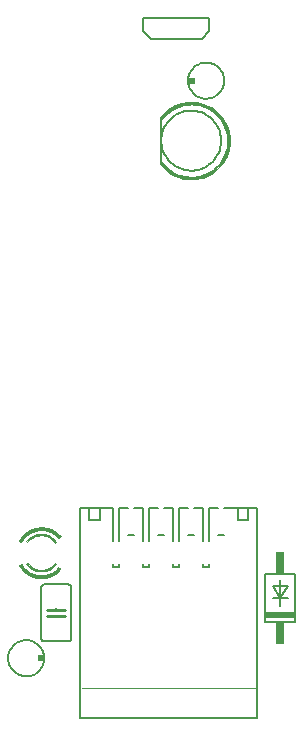
<source format=gto>
G75*
G70*
%OFA0B0*%
%FSLAX24Y24*%
%IPPOS*%
%LPD*%
%AMOC8*
5,1,8,0,0,1.08239X$1,22.5*
%
%ADD10C,0.0060*%
%ADD11C,0.0080*%
%ADD12C,0.0010*%
%ADD13R,0.1000X0.0200*%
%ADD14R,0.0300X0.0750*%
%ADD15C,0.0020*%
%ADD16R,0.0230X0.0240*%
%ADD17C,0.0100*%
%ADD18C,0.0050*%
D10*
X001831Y009352D02*
X001833Y009407D01*
X001841Y009461D01*
X001853Y009514D01*
X001870Y009566D01*
X001892Y009616D01*
X001918Y009664D01*
X001949Y009709D01*
X001983Y009751D01*
X002021Y009791D01*
X002063Y009826D01*
X002108Y009857D01*
X002155Y009885D01*
X002205Y009908D01*
X002256Y009926D01*
X002309Y009939D01*
X002363Y009948D01*
X002417Y009952D01*
X002472Y009951D01*
X002526Y009944D01*
X002580Y009933D01*
X002632Y009917D01*
X002683Y009897D01*
X002731Y009872D01*
X002777Y009842D01*
X002820Y009809D01*
X002860Y009771D01*
X002896Y009731D01*
X002929Y009687D01*
X002957Y009640D01*
X002981Y009591D01*
X003001Y009540D01*
X003016Y009487D01*
X003025Y009434D01*
X003030Y009379D01*
X003030Y009325D01*
X003025Y009270D01*
X003016Y009217D01*
X003001Y009164D01*
X002981Y009113D01*
X002957Y009064D01*
X002929Y009017D01*
X002896Y008973D01*
X002860Y008933D01*
X002820Y008895D01*
X002777Y008862D01*
X002731Y008832D01*
X002683Y008807D01*
X002632Y008787D01*
X002580Y008771D01*
X002526Y008760D01*
X002472Y008753D01*
X002417Y008752D01*
X002363Y008756D01*
X002309Y008765D01*
X002256Y008778D01*
X002205Y008796D01*
X002155Y008819D01*
X002108Y008847D01*
X002063Y008878D01*
X002021Y008913D01*
X001983Y008953D01*
X001949Y008995D01*
X001918Y009040D01*
X001892Y009088D01*
X001870Y009138D01*
X001853Y009190D01*
X001841Y009243D01*
X001833Y009297D01*
X001831Y009352D01*
X002931Y010017D02*
X002931Y011717D01*
X002933Y011737D01*
X002939Y011755D01*
X002948Y011773D01*
X002960Y011788D01*
X002975Y011800D01*
X002993Y011809D01*
X003011Y011815D01*
X003031Y011817D01*
X003831Y011817D01*
X003851Y011815D01*
X003869Y011809D01*
X003887Y011800D01*
X003902Y011788D01*
X003914Y011773D01*
X003923Y011755D01*
X003929Y011737D01*
X003931Y011717D01*
X003931Y010017D01*
X003929Y009997D01*
X003923Y009979D01*
X003914Y009961D01*
X003902Y009946D01*
X003887Y009934D01*
X003869Y009925D01*
X003851Y009919D01*
X003831Y009917D01*
X003031Y009917D01*
X003011Y009919D01*
X002993Y009925D01*
X002975Y009934D01*
X002960Y009946D01*
X002948Y009961D01*
X002939Y009979D01*
X002933Y009997D01*
X002931Y010017D01*
X003431Y010717D02*
X003431Y010767D01*
X003431Y010967D02*
X003431Y011017D01*
X006931Y026605D02*
X006935Y026696D01*
X006948Y026786D01*
X006968Y026875D01*
X006997Y026961D01*
X007033Y027045D01*
X007077Y027125D01*
X007127Y027200D01*
X007185Y027271D01*
X007248Y027336D01*
X007318Y027395D01*
X007392Y027447D01*
X007471Y027493D01*
X007554Y027531D01*
X007639Y027562D01*
X007728Y027584D01*
X007817Y027599D01*
X007908Y027605D01*
X007999Y027603D01*
X008090Y027592D01*
X008179Y027574D01*
X008266Y027547D01*
X008350Y027513D01*
X008431Y027471D01*
X008508Y027422D01*
X008580Y027366D01*
X008646Y027304D01*
X008707Y027236D01*
X008761Y027163D01*
X008808Y027085D01*
X008848Y027003D01*
X008881Y026918D01*
X008905Y026831D01*
X008922Y026741D01*
X008930Y026651D01*
X008930Y026559D01*
X008922Y026469D01*
X008905Y026379D01*
X008881Y026292D01*
X008848Y026207D01*
X008808Y026125D01*
X008761Y026047D01*
X008707Y025974D01*
X008646Y025906D01*
X008580Y025844D01*
X008508Y025788D01*
X008431Y025739D01*
X008350Y025697D01*
X008266Y025663D01*
X008179Y025636D01*
X008090Y025618D01*
X007999Y025607D01*
X007908Y025605D01*
X007817Y025611D01*
X007728Y025626D01*
X007639Y025648D01*
X007554Y025679D01*
X007471Y025717D01*
X007392Y025763D01*
X007318Y025815D01*
X007248Y025874D01*
X007185Y025939D01*
X007127Y026010D01*
X007077Y026085D01*
X007033Y026165D01*
X006997Y026249D01*
X006968Y026335D01*
X006948Y026424D01*
X006935Y026514D01*
X006931Y026605D01*
X007831Y028605D02*
X007833Y028660D01*
X007841Y028714D01*
X007853Y028767D01*
X007870Y028819D01*
X007892Y028869D01*
X007918Y028917D01*
X007949Y028962D01*
X007983Y029004D01*
X008021Y029044D01*
X008063Y029079D01*
X008108Y029110D01*
X008155Y029138D01*
X008205Y029161D01*
X008256Y029179D01*
X008309Y029192D01*
X008363Y029201D01*
X008417Y029205D01*
X008472Y029204D01*
X008526Y029197D01*
X008580Y029186D01*
X008632Y029170D01*
X008683Y029150D01*
X008731Y029125D01*
X008777Y029095D01*
X008820Y029062D01*
X008860Y029024D01*
X008896Y028984D01*
X008929Y028940D01*
X008957Y028893D01*
X008981Y028844D01*
X009001Y028793D01*
X009016Y028740D01*
X009025Y028687D01*
X009030Y028632D01*
X009030Y028578D01*
X009025Y028523D01*
X009016Y028470D01*
X009001Y028417D01*
X008981Y028366D01*
X008957Y028317D01*
X008929Y028270D01*
X008896Y028226D01*
X008860Y028186D01*
X008820Y028148D01*
X008777Y028115D01*
X008731Y028085D01*
X008683Y028060D01*
X008632Y028040D01*
X008580Y028024D01*
X008526Y028013D01*
X008472Y028006D01*
X008417Y028005D01*
X008363Y028009D01*
X008309Y028018D01*
X008256Y028031D01*
X008205Y028049D01*
X008155Y028072D01*
X008108Y028100D01*
X008063Y028131D01*
X008021Y028166D01*
X007983Y028206D01*
X007949Y028248D01*
X007918Y028293D01*
X007892Y028341D01*
X007870Y028391D01*
X007853Y028443D01*
X007841Y028496D01*
X007833Y028550D01*
X007831Y028605D01*
X010398Y012155D02*
X010398Y010555D01*
X011398Y010555D01*
X011398Y012155D01*
X010398Y012155D01*
X010648Y011755D02*
X010898Y011355D01*
X011148Y011355D01*
X010898Y011355D02*
X010898Y011105D01*
X010898Y011355D02*
X010648Y011355D01*
X010648Y011755D02*
X011148Y011755D01*
X010898Y011355D01*
X010898Y011955D01*
D11*
X010140Y014359D02*
X010140Y007352D01*
X004222Y007352D01*
X004222Y014359D01*
X005331Y014359D01*
X005331Y014355D02*
X005331Y013255D01*
X005531Y013255D02*
X005531Y014359D01*
X005531Y014355D02*
X005831Y014355D01*
X006031Y014355D02*
X006331Y014355D01*
X006331Y013255D01*
X006531Y013255D02*
X006531Y014359D01*
X006531Y014355D02*
X006831Y014355D01*
X007031Y014355D02*
X007331Y014355D01*
X007331Y013255D01*
X007531Y013255D02*
X007531Y014355D01*
X007831Y014355D01*
X008031Y014355D02*
X008331Y014355D01*
X008331Y013255D01*
X008531Y013255D02*
X008531Y014359D01*
X008531Y014355D02*
X008831Y014355D01*
X009031Y014359D02*
X010140Y014359D01*
X009831Y014355D02*
X009831Y013955D01*
X009481Y013955D01*
X009481Y014355D01*
X009031Y013455D02*
X008831Y013455D01*
X008531Y012505D02*
X008531Y012405D01*
X008331Y012405D01*
X008331Y012505D01*
X008031Y013455D02*
X007831Y013455D01*
X007531Y014355D02*
X007531Y014359D01*
X007031Y013455D02*
X006831Y013455D01*
X006531Y012505D02*
X006531Y012405D01*
X006331Y012405D01*
X006331Y012505D01*
X006031Y013455D02*
X005831Y013455D01*
X005531Y012505D02*
X005531Y012405D01*
X005331Y012405D01*
X005331Y012505D01*
X004881Y013955D02*
X004881Y014355D01*
X004881Y013955D02*
X004531Y013955D01*
X004531Y014355D01*
X007331Y012505D02*
X007331Y012405D01*
X007531Y012405D01*
X007531Y012505D01*
X006931Y025855D02*
X006931Y027355D01*
D12*
X006899Y025825D02*
X006971Y025879D01*
X006970Y025878D02*
X007025Y025810D01*
X007085Y025747D01*
X007149Y025688D01*
X007217Y025634D01*
X007289Y025585D01*
X007365Y025541D01*
X007443Y025503D01*
X007524Y025471D01*
X007607Y025444D01*
X007691Y025424D01*
X007777Y025410D01*
X007864Y025402D01*
X007951Y025400D01*
X008038Y025405D01*
X008124Y025416D01*
X008210Y025433D01*
X008294Y025456D01*
X008376Y025485D01*
X008455Y025520D01*
X008532Y025561D01*
X008606Y025607D01*
X008677Y025658D01*
X008743Y025715D01*
X008805Y025776D01*
X008863Y025841D01*
X008916Y025910D01*
X008963Y025983D01*
X009005Y026059D01*
X009042Y026138D01*
X009073Y026220D01*
X009098Y026303D01*
X009116Y026388D01*
X009129Y026475D01*
X009135Y026561D01*
X009135Y026649D01*
X009129Y026735D01*
X009116Y026822D01*
X009098Y026907D01*
X009073Y026990D01*
X009042Y027072D01*
X009005Y027151D01*
X008963Y027227D01*
X008916Y027300D01*
X008863Y027369D01*
X008805Y027434D01*
X008743Y027495D01*
X008677Y027552D01*
X008606Y027603D01*
X008532Y027649D01*
X008455Y027690D01*
X008376Y027725D01*
X008294Y027754D01*
X008210Y027777D01*
X008124Y027794D01*
X008038Y027805D01*
X007951Y027810D01*
X007864Y027808D01*
X007777Y027800D01*
X007691Y027786D01*
X007607Y027766D01*
X007524Y027739D01*
X007443Y027707D01*
X007365Y027669D01*
X007289Y027625D01*
X007217Y027576D01*
X007149Y027522D01*
X007085Y027463D01*
X007025Y027400D01*
X006970Y027332D01*
X006899Y027385D01*
X006898Y027386D01*
X006957Y027459D01*
X007021Y027527D01*
X007090Y027590D01*
X007164Y027648D01*
X007241Y027701D01*
X007322Y027748D01*
X007406Y027789D01*
X007493Y027824D01*
X007582Y027852D01*
X007673Y027874D01*
X007765Y027889D01*
X007859Y027898D01*
X007952Y027900D01*
X008046Y027895D01*
X008139Y027883D01*
X008230Y027865D01*
X008321Y027840D01*
X008409Y027809D01*
X008495Y027771D01*
X008577Y027727D01*
X008657Y027678D01*
X008732Y027622D01*
X008804Y027562D01*
X008870Y027496D01*
X008932Y027426D01*
X008989Y027352D01*
X009040Y027273D01*
X009086Y027191D01*
X009125Y027106D01*
X009158Y027019D01*
X009185Y026929D01*
X009205Y026838D01*
X009218Y026745D01*
X009225Y026652D01*
X009225Y026558D01*
X009218Y026465D01*
X009205Y026372D01*
X009185Y026281D01*
X009158Y026191D01*
X009125Y026104D01*
X009086Y026019D01*
X009040Y025937D01*
X008989Y025858D01*
X008932Y025784D01*
X008870Y025714D01*
X008804Y025648D01*
X008732Y025588D01*
X008657Y025532D01*
X008577Y025483D01*
X008495Y025439D01*
X008409Y025401D01*
X008321Y025370D01*
X008230Y025345D01*
X008139Y025327D01*
X008046Y025315D01*
X007952Y025310D01*
X007859Y025312D01*
X007765Y025321D01*
X007673Y025336D01*
X007582Y025358D01*
X007493Y025386D01*
X007406Y025421D01*
X007322Y025462D01*
X007241Y025509D01*
X007164Y025562D01*
X007090Y025620D01*
X007021Y025683D01*
X006957Y025751D01*
X006898Y025824D01*
X006905Y025829D01*
X006964Y025757D01*
X007028Y025690D01*
X007096Y025627D01*
X007169Y025569D01*
X007246Y025517D01*
X007326Y025470D01*
X007410Y025429D01*
X007496Y025395D01*
X007585Y025367D01*
X007675Y025345D01*
X007767Y025330D01*
X007859Y025321D01*
X007952Y025319D01*
X008045Y025324D01*
X008137Y025336D01*
X008228Y025354D01*
X008318Y025379D01*
X008406Y025410D01*
X008491Y025447D01*
X008573Y025491D01*
X008652Y025540D01*
X008727Y025595D01*
X008798Y025655D01*
X008864Y025720D01*
X008925Y025790D01*
X008982Y025864D01*
X009033Y025941D01*
X009078Y026023D01*
X009117Y026107D01*
X009150Y026194D01*
X009176Y026283D01*
X009196Y026374D01*
X009209Y026466D01*
X009216Y026559D01*
X009216Y026651D01*
X009209Y026744D01*
X009196Y026836D01*
X009176Y026927D01*
X009150Y027016D01*
X009117Y027103D01*
X009078Y027187D01*
X009033Y027269D01*
X008982Y027346D01*
X008925Y027420D01*
X008864Y027490D01*
X008798Y027555D01*
X008727Y027615D01*
X008652Y027670D01*
X008573Y027719D01*
X008491Y027763D01*
X008406Y027800D01*
X008318Y027831D01*
X008228Y027856D01*
X008137Y027874D01*
X008045Y027886D01*
X007952Y027891D01*
X007859Y027889D01*
X007767Y027880D01*
X007675Y027865D01*
X007585Y027843D01*
X007496Y027815D01*
X007410Y027781D01*
X007326Y027740D01*
X007246Y027693D01*
X007169Y027641D01*
X007096Y027583D01*
X007028Y027520D01*
X006964Y027453D01*
X006905Y027381D01*
X006912Y027375D01*
X006971Y027447D01*
X007034Y027514D01*
X007102Y027576D01*
X007174Y027634D01*
X007251Y027686D01*
X007330Y027732D01*
X007413Y027772D01*
X007499Y027807D01*
X007587Y027835D01*
X007677Y027856D01*
X007768Y027872D01*
X007860Y027880D01*
X007952Y027882D01*
X008044Y027877D01*
X008136Y027865D01*
X008226Y027847D01*
X008315Y027823D01*
X008402Y027792D01*
X008487Y027755D01*
X008568Y027712D01*
X008647Y027663D01*
X008721Y027608D01*
X008792Y027549D01*
X008857Y027484D01*
X008918Y027415D01*
X008974Y027341D01*
X009025Y027264D01*
X009070Y027183D01*
X009108Y027099D01*
X009141Y027013D01*
X009167Y026925D01*
X009187Y026835D01*
X009200Y026743D01*
X009207Y026651D01*
X009207Y026559D01*
X009200Y026467D01*
X009187Y026375D01*
X009167Y026285D01*
X009141Y026197D01*
X009108Y026111D01*
X009070Y026027D01*
X009025Y025946D01*
X008974Y025869D01*
X008918Y025795D01*
X008857Y025726D01*
X008792Y025661D01*
X008721Y025602D01*
X008647Y025547D01*
X008568Y025498D01*
X008487Y025455D01*
X008402Y025418D01*
X008315Y025387D01*
X008226Y025363D01*
X008136Y025345D01*
X008044Y025333D01*
X007952Y025328D01*
X007860Y025330D01*
X007768Y025338D01*
X007677Y025354D01*
X007587Y025375D01*
X007499Y025403D01*
X007413Y025438D01*
X007330Y025478D01*
X007251Y025524D01*
X007174Y025576D01*
X007102Y025634D01*
X007034Y025696D01*
X006971Y025763D01*
X006912Y025835D01*
X006920Y025840D01*
X006977Y025769D01*
X007040Y025702D01*
X007108Y025640D01*
X007180Y025584D01*
X007255Y025532D01*
X007335Y025486D01*
X007417Y025446D01*
X007502Y025412D01*
X007589Y025384D01*
X007679Y025362D01*
X007769Y025347D01*
X007860Y025339D01*
X007952Y025337D01*
X008043Y025342D01*
X008134Y025353D01*
X008224Y025371D01*
X008313Y025396D01*
X008399Y025426D01*
X008483Y025463D01*
X008564Y025506D01*
X008642Y025555D01*
X008716Y025609D01*
X008785Y025668D01*
X008851Y025732D01*
X008912Y025801D01*
X008967Y025874D01*
X009017Y025951D01*
X009062Y026031D01*
X009100Y026114D01*
X009132Y026200D01*
X009159Y026288D01*
X009178Y026377D01*
X009192Y026468D01*
X009198Y026559D01*
X009198Y026651D01*
X009192Y026742D01*
X009178Y026833D01*
X009159Y026922D01*
X009132Y027010D01*
X009100Y027096D01*
X009062Y027179D01*
X009017Y027259D01*
X008967Y027336D01*
X008912Y027409D01*
X008851Y027478D01*
X008785Y027542D01*
X008716Y027601D01*
X008642Y027655D01*
X008564Y027704D01*
X008483Y027747D01*
X008399Y027784D01*
X008313Y027814D01*
X008224Y027839D01*
X008134Y027857D01*
X008043Y027868D01*
X007952Y027873D01*
X007860Y027871D01*
X007769Y027863D01*
X007679Y027848D01*
X007589Y027826D01*
X007502Y027798D01*
X007417Y027764D01*
X007335Y027724D01*
X007255Y027678D01*
X007180Y027626D01*
X007108Y027570D01*
X007040Y027508D01*
X006977Y027441D01*
X006920Y027370D01*
X006927Y027364D01*
X006984Y027435D01*
X007047Y027501D01*
X007114Y027563D01*
X007185Y027619D01*
X007260Y027670D01*
X007339Y027716D01*
X007421Y027756D01*
X007505Y027790D01*
X007592Y027817D01*
X007680Y027839D01*
X007770Y027854D01*
X007861Y027862D01*
X007952Y027864D01*
X008043Y027859D01*
X008133Y027848D01*
X008222Y027830D01*
X008310Y027806D01*
X008396Y027775D01*
X008479Y027739D01*
X008559Y027696D01*
X008637Y027648D01*
X008710Y027594D01*
X008779Y027535D01*
X008844Y027472D01*
X008905Y027403D01*
X008960Y027331D01*
X009009Y027255D01*
X009054Y027175D01*
X009092Y027093D01*
X009124Y027007D01*
X009150Y026920D01*
X009169Y026831D01*
X009183Y026741D01*
X009189Y026650D01*
X009189Y026560D01*
X009183Y026469D01*
X009169Y026379D01*
X009150Y026290D01*
X009124Y026203D01*
X009092Y026117D01*
X009054Y026035D01*
X009009Y025955D01*
X008960Y025879D01*
X008905Y025807D01*
X008844Y025738D01*
X008779Y025675D01*
X008710Y025616D01*
X008637Y025562D01*
X008559Y025514D01*
X008479Y025471D01*
X008396Y025435D01*
X008310Y025404D01*
X008222Y025380D01*
X008133Y025362D01*
X008043Y025351D01*
X007952Y025346D01*
X007861Y025348D01*
X007770Y025356D01*
X007680Y025371D01*
X007592Y025393D01*
X007505Y025420D01*
X007421Y025454D01*
X007339Y025494D01*
X007260Y025540D01*
X007185Y025591D01*
X007114Y025647D01*
X007047Y025709D01*
X006984Y025775D01*
X006927Y025846D01*
X006934Y025851D01*
X006991Y025781D01*
X007053Y025715D01*
X007120Y025654D01*
X007190Y025598D01*
X007265Y025547D01*
X007343Y025502D01*
X007424Y025462D01*
X007508Y025429D01*
X007594Y025401D01*
X007682Y025380D01*
X007771Y025365D01*
X007861Y025357D01*
X007952Y025355D01*
X008042Y025360D01*
X008131Y025371D01*
X008220Y025389D01*
X008307Y025413D01*
X008392Y025443D01*
X008475Y025480D01*
X008555Y025522D01*
X008631Y025570D01*
X008704Y025623D01*
X008773Y025681D01*
X008838Y025745D01*
X008898Y025812D01*
X008952Y025884D01*
X009002Y025960D01*
X009046Y026039D01*
X009083Y026121D01*
X009115Y026205D01*
X009141Y026292D01*
X009161Y026380D01*
X009174Y026470D01*
X009180Y026560D01*
X009180Y026650D01*
X009174Y026740D01*
X009161Y026830D01*
X009141Y026918D01*
X009115Y027005D01*
X009083Y027089D01*
X009046Y027171D01*
X009002Y027250D01*
X008952Y027326D01*
X008898Y027398D01*
X008838Y027465D01*
X008773Y027529D01*
X008704Y027587D01*
X008631Y027640D01*
X008555Y027688D01*
X008475Y027730D01*
X008392Y027767D01*
X008307Y027797D01*
X008220Y027821D01*
X008131Y027839D01*
X008042Y027850D01*
X007952Y027855D01*
X007861Y027853D01*
X007771Y027845D01*
X007682Y027830D01*
X007594Y027809D01*
X007508Y027781D01*
X007424Y027748D01*
X007343Y027708D01*
X007265Y027663D01*
X007190Y027612D01*
X007120Y027556D01*
X007053Y027495D01*
X006991Y027429D01*
X006934Y027359D01*
X006941Y027354D01*
X006998Y027423D01*
X007059Y027488D01*
X007125Y027549D01*
X007196Y027605D01*
X007270Y027655D01*
X007347Y027700D01*
X007428Y027740D01*
X007511Y027773D01*
X007597Y027800D01*
X007684Y027821D01*
X007773Y027836D01*
X007862Y027844D01*
X007952Y027846D01*
X008041Y027841D01*
X008130Y027830D01*
X008218Y027812D01*
X008304Y027788D01*
X008389Y027758D01*
X008471Y027722D01*
X008550Y027680D01*
X008626Y027633D01*
X008699Y027580D01*
X008767Y027522D01*
X008831Y027459D01*
X008891Y027392D01*
X008945Y027320D01*
X008994Y027245D01*
X009037Y027167D01*
X009075Y027086D01*
X009107Y027002D01*
X009132Y026916D01*
X009152Y026828D01*
X009165Y026739D01*
X009171Y026650D01*
X009171Y026560D01*
X009165Y026471D01*
X009152Y026382D01*
X009132Y026294D01*
X009107Y026208D01*
X009075Y026124D01*
X009037Y026043D01*
X008994Y025965D01*
X008945Y025890D01*
X008891Y025818D01*
X008831Y025751D01*
X008767Y025688D01*
X008699Y025630D01*
X008626Y025577D01*
X008550Y025530D01*
X008471Y025488D01*
X008389Y025452D01*
X008304Y025422D01*
X008218Y025398D01*
X008130Y025380D01*
X008041Y025369D01*
X007952Y025364D01*
X007862Y025366D01*
X007773Y025374D01*
X007684Y025389D01*
X007597Y025410D01*
X007511Y025437D01*
X007428Y025470D01*
X007347Y025510D01*
X007270Y025555D01*
X007196Y025605D01*
X007125Y025661D01*
X007059Y025722D01*
X006998Y025787D01*
X006941Y025856D01*
X006948Y025862D01*
X007005Y025793D01*
X007066Y025728D01*
X007131Y025668D01*
X007201Y025612D01*
X007275Y025562D01*
X007352Y025518D01*
X007432Y025479D01*
X007514Y025446D01*
X007599Y025418D01*
X007686Y025398D01*
X007774Y025383D01*
X007862Y025375D01*
X007951Y025373D01*
X008040Y025378D01*
X008129Y025389D01*
X008216Y025406D01*
X008302Y025430D01*
X008386Y025460D01*
X008467Y025496D01*
X008546Y025537D01*
X008621Y025585D01*
X008693Y025637D01*
X008761Y025695D01*
X008825Y025757D01*
X008884Y025824D01*
X008938Y025895D01*
X008986Y025969D01*
X009029Y026047D01*
X009067Y026128D01*
X009098Y026211D01*
X009124Y026297D01*
X009143Y026384D01*
X009156Y026472D01*
X009162Y026560D01*
X009162Y026650D01*
X009156Y026738D01*
X009143Y026826D01*
X009124Y026913D01*
X009098Y026999D01*
X009067Y027082D01*
X009029Y027163D01*
X008986Y027241D01*
X008938Y027315D01*
X008884Y027386D01*
X008825Y027453D01*
X008761Y027515D01*
X008693Y027573D01*
X008621Y027625D01*
X008546Y027673D01*
X008467Y027714D01*
X008386Y027750D01*
X008302Y027780D01*
X008216Y027804D01*
X008129Y027821D01*
X008040Y027832D01*
X007951Y027837D01*
X007862Y027835D01*
X007774Y027827D01*
X007686Y027812D01*
X007599Y027792D01*
X007514Y027764D01*
X007432Y027731D01*
X007352Y027692D01*
X007275Y027648D01*
X007201Y027598D01*
X007131Y027542D01*
X007066Y027482D01*
X007005Y027417D01*
X006948Y027348D01*
X006956Y027343D01*
X007011Y027411D01*
X007072Y027476D01*
X007137Y027535D01*
X007206Y027590D01*
X007280Y027640D01*
X007356Y027684D01*
X007435Y027723D01*
X007518Y027756D01*
X007602Y027783D01*
X007688Y027804D01*
X007775Y027818D01*
X007863Y027826D01*
X007951Y027828D01*
X008040Y027823D01*
X008127Y027812D01*
X008214Y027795D01*
X008299Y027771D01*
X008382Y027742D01*
X008463Y027706D01*
X008541Y027665D01*
X008616Y027618D01*
X008688Y027566D01*
X008755Y027509D01*
X008818Y027447D01*
X008877Y027380D01*
X008930Y027310D01*
X008979Y027236D01*
X009021Y027159D01*
X009059Y027079D01*
X009090Y026996D01*
X009115Y026911D01*
X009134Y026825D01*
X009147Y026737D01*
X009153Y026649D01*
X009153Y026561D01*
X009147Y026473D01*
X009134Y026385D01*
X009115Y026299D01*
X009090Y026214D01*
X009059Y026131D01*
X009021Y026051D01*
X008979Y025974D01*
X008930Y025900D01*
X008877Y025830D01*
X008818Y025763D01*
X008755Y025701D01*
X008688Y025644D01*
X008616Y025592D01*
X008541Y025545D01*
X008463Y025504D01*
X008382Y025468D01*
X008299Y025439D01*
X008214Y025415D01*
X008127Y025398D01*
X008040Y025387D01*
X007951Y025382D01*
X007863Y025384D01*
X007775Y025392D01*
X007688Y025406D01*
X007602Y025427D01*
X007518Y025454D01*
X007435Y025487D01*
X007356Y025526D01*
X007280Y025570D01*
X007206Y025620D01*
X007137Y025675D01*
X007072Y025734D01*
X007011Y025799D01*
X006956Y025867D01*
X006963Y025873D01*
X007018Y025805D01*
X007078Y025741D01*
X007143Y025681D01*
X007212Y025627D01*
X007284Y025578D01*
X007360Y025534D01*
X007439Y025495D01*
X007521Y025462D01*
X007604Y025436D01*
X007689Y025415D01*
X007776Y025401D01*
X007863Y025393D01*
X007951Y025391D01*
X008039Y025396D01*
X008126Y025407D01*
X008212Y025424D01*
X008296Y025447D01*
X008379Y025477D01*
X008459Y025512D01*
X008537Y025553D01*
X008611Y025600D01*
X008682Y025651D01*
X008749Y025708D01*
X008812Y025769D01*
X008870Y025835D01*
X008923Y025905D01*
X008971Y025979D01*
X009013Y026055D01*
X009050Y026135D01*
X009081Y026217D01*
X009106Y026301D01*
X009125Y026387D01*
X009138Y026474D01*
X009144Y026561D01*
X009144Y026649D01*
X009138Y026736D01*
X009125Y026823D01*
X009106Y026909D01*
X009081Y026993D01*
X009050Y027075D01*
X009013Y027155D01*
X008971Y027231D01*
X008923Y027305D01*
X008870Y027375D01*
X008812Y027441D01*
X008749Y027502D01*
X008682Y027559D01*
X008611Y027610D01*
X008537Y027657D01*
X008459Y027698D01*
X008379Y027733D01*
X008296Y027763D01*
X008212Y027786D01*
X008126Y027803D01*
X008039Y027814D01*
X007951Y027819D01*
X007863Y027817D01*
X007776Y027809D01*
X007689Y027795D01*
X007604Y027774D01*
X007521Y027748D01*
X007439Y027715D01*
X007360Y027676D01*
X007284Y027632D01*
X007212Y027583D01*
X007143Y027529D01*
X007078Y027469D01*
X007018Y027405D01*
X006963Y027337D01*
X002926Y013714D02*
X002926Y013624D01*
X002926Y013625D02*
X002872Y013623D01*
X002819Y013617D01*
X002766Y013607D01*
X002714Y013593D01*
X002663Y013576D01*
X002614Y013555D01*
X002566Y013531D01*
X002520Y013503D01*
X002476Y013472D01*
X002434Y013438D01*
X002395Y013402D01*
X002358Y013362D01*
X002325Y013320D01*
X002294Y013276D01*
X002267Y013230D01*
X002188Y013272D01*
X002216Y013321D01*
X002248Y013367D01*
X002283Y013412D01*
X002320Y013454D01*
X002361Y013493D01*
X002404Y013530D01*
X002449Y013564D01*
X002496Y013595D01*
X002546Y013622D01*
X002597Y013646D01*
X002649Y013667D01*
X002703Y013684D01*
X002758Y013697D01*
X002813Y013707D01*
X002870Y013713D01*
X002926Y013715D01*
X002926Y013706D01*
X002870Y013704D01*
X002815Y013698D01*
X002760Y013688D01*
X002705Y013675D01*
X002652Y013658D01*
X002600Y013638D01*
X002550Y013614D01*
X002501Y013587D01*
X002454Y013557D01*
X002409Y013523D01*
X002367Y013487D01*
X002327Y013448D01*
X002290Y013406D01*
X002255Y013362D01*
X002224Y013316D01*
X002196Y013268D01*
X002204Y013264D01*
X002232Y013311D01*
X002263Y013357D01*
X002297Y013400D01*
X002333Y013442D01*
X002373Y013480D01*
X002415Y013516D01*
X002459Y013549D01*
X002505Y013579D01*
X002554Y013606D01*
X002604Y013629D01*
X002655Y013650D01*
X002708Y013666D01*
X002761Y013679D01*
X002816Y013689D01*
X002871Y013695D01*
X002926Y013697D01*
X002926Y013688D01*
X002871Y013686D01*
X002817Y013680D01*
X002763Y013671D01*
X002710Y013658D01*
X002658Y013641D01*
X002607Y013621D01*
X002558Y013598D01*
X002510Y013571D01*
X002464Y013542D01*
X002420Y013509D01*
X002379Y013474D01*
X002340Y013435D01*
X002303Y013395D01*
X002270Y013352D01*
X002239Y013306D01*
X002212Y013259D01*
X002220Y013255D01*
X002247Y013302D01*
X002277Y013346D01*
X002310Y013389D01*
X002346Y013429D01*
X002385Y013467D01*
X002426Y013502D01*
X002469Y013534D01*
X002515Y013564D01*
X002562Y013590D01*
X002611Y013613D01*
X002661Y013633D01*
X002713Y013649D01*
X002765Y013662D01*
X002818Y013671D01*
X002872Y013677D01*
X002926Y013679D01*
X002926Y013670D01*
X002869Y013668D01*
X002812Y013661D01*
X002756Y013651D01*
X002701Y013636D01*
X002647Y013618D01*
X002595Y013596D01*
X002544Y013570D01*
X002495Y013541D01*
X002449Y013508D01*
X002404Y013472D01*
X002363Y013433D01*
X002324Y013391D01*
X002289Y013347D01*
X002256Y013300D01*
X002227Y013251D01*
X002235Y013247D01*
X002264Y013295D01*
X002296Y013342D01*
X002331Y013386D01*
X002369Y013427D01*
X002410Y013465D01*
X002454Y013501D01*
X002500Y013533D01*
X002548Y013562D01*
X002599Y013588D01*
X002651Y013610D01*
X002704Y013628D01*
X002758Y013642D01*
X002814Y013652D01*
X002870Y013659D01*
X002926Y013661D01*
X002926Y013652D01*
X002870Y013650D01*
X002815Y013643D01*
X002760Y013633D01*
X002706Y013619D01*
X002654Y013601D01*
X002602Y013580D01*
X002553Y013554D01*
X002505Y013526D01*
X002459Y013494D01*
X002416Y013459D01*
X002376Y013421D01*
X002338Y013380D01*
X002303Y013336D01*
X002272Y013290D01*
X002243Y013242D01*
X002251Y013238D01*
X002279Y013286D01*
X002310Y013331D01*
X002345Y013374D01*
X002382Y013414D01*
X002422Y013452D01*
X002465Y013487D01*
X002510Y013518D01*
X002557Y013547D01*
X002606Y013571D01*
X002657Y013593D01*
X002709Y013610D01*
X002762Y013624D01*
X002816Y013634D01*
X002871Y013641D01*
X002926Y013643D01*
X002926Y013634D01*
X002872Y013632D01*
X002818Y013626D01*
X002764Y013616D01*
X002712Y013602D01*
X002660Y013584D01*
X002610Y013563D01*
X002561Y013539D01*
X002515Y013511D01*
X002470Y013479D01*
X002428Y013445D01*
X002389Y013408D01*
X002352Y013368D01*
X002318Y013326D01*
X002287Y013281D01*
X002259Y013234D01*
X002200Y012447D02*
X002278Y012492D01*
X002278Y012491D02*
X002306Y012447D01*
X002337Y012405D01*
X002370Y012365D01*
X002406Y012327D01*
X002445Y012292D01*
X002486Y012260D01*
X002530Y012230D01*
X002575Y012204D01*
X002622Y012181D01*
X002670Y012161D01*
X002720Y012145D01*
X002770Y012132D01*
X002822Y012123D01*
X002874Y012117D01*
X002926Y012115D01*
X002927Y012026D01*
X002926Y012025D01*
X002871Y012027D01*
X002817Y012033D01*
X002762Y012042D01*
X002709Y012055D01*
X002657Y012071D01*
X002605Y012090D01*
X002555Y012113D01*
X002507Y012139D01*
X002460Y012168D01*
X002416Y012200D01*
X002373Y012235D01*
X002333Y012273D01*
X002296Y012313D01*
X002261Y012355D01*
X002229Y012400D01*
X002200Y012446D01*
X002208Y012451D01*
X002238Y012402D01*
X002273Y012355D01*
X002310Y012311D01*
X002350Y012269D01*
X002393Y012230D01*
X002439Y012194D01*
X002487Y012162D01*
X002537Y012133D01*
X002589Y012107D01*
X002642Y012085D01*
X002697Y012067D01*
X002754Y012053D01*
X002811Y012043D01*
X002868Y012036D01*
X002926Y012034D01*
X002926Y012043D01*
X002869Y012045D01*
X002812Y012052D01*
X002755Y012062D01*
X002700Y012076D01*
X002645Y012094D01*
X002592Y012115D01*
X002541Y012141D01*
X002491Y012170D01*
X002444Y012202D01*
X002399Y012237D01*
X002356Y012275D01*
X002316Y012317D01*
X002280Y012360D01*
X002246Y012407D01*
X002215Y012455D01*
X002223Y012460D01*
X002253Y012412D01*
X002287Y012366D01*
X002323Y012323D01*
X002363Y012282D01*
X002405Y012244D01*
X002449Y012209D01*
X002496Y012177D01*
X002545Y012149D01*
X002596Y012124D01*
X002649Y012102D01*
X002702Y012085D01*
X002757Y012071D01*
X002813Y012061D01*
X002869Y012054D01*
X002926Y012052D01*
X002926Y012061D01*
X002870Y012063D01*
X002814Y012069D01*
X002759Y012079D01*
X002705Y012093D01*
X002652Y012111D01*
X002600Y012132D01*
X002549Y012157D01*
X002501Y012185D01*
X002455Y012216D01*
X002410Y012251D01*
X002369Y012288D01*
X002330Y012329D01*
X002294Y012371D01*
X002261Y012417D01*
X002231Y012464D01*
X002239Y012469D01*
X002268Y012422D01*
X002301Y012377D01*
X002337Y012335D01*
X002375Y012295D01*
X002416Y012258D01*
X002460Y012223D01*
X002506Y012192D01*
X002554Y012165D01*
X002603Y012140D01*
X002655Y012119D01*
X002707Y012102D01*
X002761Y012088D01*
X002816Y012078D01*
X002871Y012072D01*
X002926Y012070D01*
X002926Y012079D01*
X002871Y012081D01*
X002817Y012087D01*
X002763Y012097D01*
X002710Y012111D01*
X002658Y012128D01*
X002607Y012148D01*
X002558Y012173D01*
X002511Y012200D01*
X002465Y012231D01*
X002422Y012264D01*
X002381Y012301D01*
X002343Y012341D01*
X002308Y012383D01*
X002276Y012427D01*
X002247Y012473D01*
X002255Y012478D01*
X002283Y012432D01*
X002315Y012388D01*
X002350Y012347D01*
X002388Y012308D01*
X002428Y012271D01*
X002470Y012238D01*
X002515Y012208D01*
X002562Y012180D01*
X002611Y012157D01*
X002661Y012136D01*
X002712Y012119D01*
X002765Y012106D01*
X002818Y012096D01*
X002872Y012090D01*
X002926Y012088D01*
X002926Y012097D01*
X002873Y012099D01*
X002819Y012105D01*
X002767Y012115D01*
X002715Y012128D01*
X002664Y012145D01*
X002614Y012165D01*
X002566Y012188D01*
X002520Y012215D01*
X002476Y012245D01*
X002434Y012278D01*
X002394Y012314D01*
X002357Y012353D01*
X002322Y012394D01*
X002291Y012437D01*
X002262Y012482D01*
X002270Y012487D01*
X002298Y012442D01*
X002329Y012399D01*
X002363Y012359D01*
X002400Y012321D01*
X002439Y012285D01*
X002481Y012253D01*
X002525Y012223D01*
X002571Y012196D01*
X002618Y012173D01*
X002667Y012153D01*
X002717Y012136D01*
X002769Y012123D01*
X002821Y012114D01*
X002873Y012108D01*
X002926Y012106D01*
X002935Y012026D02*
X002935Y012116D01*
X002936Y012115D02*
X002990Y012117D01*
X003043Y012123D01*
X003096Y012133D01*
X003148Y012147D01*
X003199Y012164D01*
X003249Y012185D01*
X003297Y012209D01*
X003343Y012237D01*
X003387Y012268D01*
X003428Y012302D01*
X003468Y012339D01*
X003504Y012378D01*
X003572Y012321D01*
X003573Y012320D01*
X003535Y012279D01*
X003495Y012241D01*
X003452Y012205D01*
X003407Y012172D01*
X003360Y012142D01*
X003312Y012116D01*
X003261Y012092D01*
X003209Y012072D01*
X003156Y012056D01*
X003102Y012042D01*
X003047Y012033D01*
X002992Y012027D01*
X002936Y012025D01*
X002936Y012034D01*
X002991Y012036D01*
X003046Y012042D01*
X003100Y012051D01*
X003154Y012064D01*
X003206Y012081D01*
X003258Y012100D01*
X003308Y012124D01*
X003356Y012150D01*
X003402Y012180D01*
X003447Y012212D01*
X003489Y012247D01*
X003529Y012286D01*
X003566Y012326D01*
X003559Y012332D01*
X003522Y012292D01*
X003483Y012254D01*
X003441Y012219D01*
X003397Y012187D01*
X003351Y012158D01*
X003303Y012132D01*
X003254Y012109D01*
X003203Y012089D01*
X003151Y012073D01*
X003098Y012060D01*
X003045Y012051D01*
X002990Y012045D01*
X002936Y012043D01*
X002936Y012052D01*
X002990Y012054D01*
X003043Y012060D01*
X003096Y012069D01*
X003149Y012082D01*
X003200Y012098D01*
X003251Y012117D01*
X003299Y012140D01*
X003347Y012165D01*
X003392Y012194D01*
X003436Y012226D01*
X003477Y012261D01*
X003516Y012298D01*
X003552Y012338D01*
X003545Y012344D01*
X003509Y012304D01*
X003471Y012267D01*
X003430Y012233D01*
X003387Y012202D01*
X003342Y012173D01*
X003295Y012148D01*
X003247Y012125D01*
X003197Y012106D01*
X003146Y012090D01*
X003095Y012078D01*
X003042Y012069D01*
X002989Y012063D01*
X002936Y012061D01*
X002936Y012070D01*
X002993Y012072D01*
X003050Y012079D01*
X003106Y012089D01*
X003161Y012104D01*
X003215Y012122D01*
X003268Y012144D01*
X003318Y012170D01*
X003367Y012199D01*
X003414Y012232D01*
X003458Y012268D01*
X003500Y012307D01*
X003538Y012349D01*
X003532Y012355D01*
X003493Y012314D01*
X003452Y012275D01*
X003409Y012239D01*
X003362Y012207D01*
X003314Y012178D01*
X003264Y012152D01*
X003212Y012131D01*
X003158Y012112D01*
X003104Y012098D01*
X003048Y012088D01*
X002992Y012081D01*
X002936Y012079D01*
X002936Y012088D01*
X002992Y012090D01*
X003047Y012097D01*
X003102Y012107D01*
X003156Y012121D01*
X003209Y012139D01*
X003260Y012161D01*
X003310Y012186D01*
X003358Y012215D01*
X003403Y012247D01*
X003446Y012282D01*
X003487Y012320D01*
X003525Y012361D01*
X003518Y012367D01*
X003481Y012326D01*
X003440Y012289D01*
X003398Y012254D01*
X003353Y012222D01*
X003305Y012194D01*
X003256Y012169D01*
X003205Y012147D01*
X003153Y012130D01*
X003100Y012116D01*
X003046Y012106D01*
X002991Y012099D01*
X002936Y012097D01*
X002936Y012106D01*
X002990Y012108D01*
X003045Y012114D01*
X003098Y012124D01*
X003151Y012138D01*
X003202Y012156D01*
X003252Y012177D01*
X003301Y012202D01*
X003348Y012230D01*
X003392Y012261D01*
X003434Y012295D01*
X003474Y012333D01*
X003511Y012373D01*
X003576Y013414D02*
X003507Y013357D01*
X003508Y013357D02*
X003471Y013397D01*
X003432Y013435D01*
X003390Y013469D01*
X003346Y013501D01*
X003300Y013529D01*
X003251Y013554D01*
X003201Y013575D01*
X003150Y013593D01*
X003097Y013606D01*
X003044Y013616D01*
X002990Y013623D01*
X002936Y013625D01*
X002935Y013714D01*
X002936Y013715D01*
X002992Y013713D01*
X003048Y013707D01*
X003103Y013697D01*
X003158Y013684D01*
X003211Y013667D01*
X003264Y013647D01*
X003315Y013623D01*
X003364Y013596D01*
X003411Y013565D01*
X003456Y013532D01*
X003499Y013496D01*
X003539Y013457D01*
X003577Y013415D01*
X003570Y013409D01*
X003533Y013450D01*
X003493Y013489D01*
X003451Y013525D01*
X003406Y013558D01*
X003359Y013588D01*
X003311Y013615D01*
X003260Y013638D01*
X003208Y013659D01*
X003155Y013675D01*
X003101Y013688D01*
X003047Y013698D01*
X002992Y013704D01*
X002936Y013706D01*
X002936Y013697D01*
X002991Y013695D01*
X003046Y013689D01*
X003100Y013680D01*
X003153Y013667D01*
X003205Y013650D01*
X003257Y013630D01*
X003306Y013607D01*
X003355Y013580D01*
X003401Y013551D01*
X003445Y013518D01*
X003487Y013482D01*
X003526Y013444D01*
X003563Y013403D01*
X003556Y013398D01*
X003520Y013438D01*
X003481Y013476D01*
X003439Y013511D01*
X003396Y013543D01*
X003350Y013573D01*
X003302Y013599D01*
X003253Y013622D01*
X003203Y013642D01*
X003151Y013658D01*
X003098Y013671D01*
X003044Y013680D01*
X002990Y013686D01*
X002936Y013688D01*
X002936Y013679D01*
X002990Y013677D01*
X003043Y013671D01*
X003096Y013662D01*
X003148Y013649D01*
X003200Y013633D01*
X003250Y013614D01*
X003298Y013591D01*
X003345Y013565D01*
X003391Y013536D01*
X003434Y013504D01*
X003475Y013469D01*
X003513Y013432D01*
X003549Y013392D01*
X003542Y013386D01*
X003507Y013425D01*
X003469Y013462D01*
X003428Y013497D01*
X003385Y013528D01*
X003341Y013557D01*
X003294Y013583D01*
X003246Y013605D01*
X003197Y013625D01*
X003146Y013641D01*
X003094Y013653D01*
X003042Y013662D01*
X002989Y013668D01*
X002936Y013670D01*
X002936Y013661D01*
X002988Y013659D01*
X003041Y013653D01*
X003092Y013644D01*
X003143Y013632D01*
X003194Y013616D01*
X003243Y013597D01*
X003290Y013575D01*
X003336Y013549D01*
X003380Y013521D01*
X003422Y013490D01*
X003463Y013456D01*
X003500Y013419D01*
X003535Y013380D01*
X003529Y013374D01*
X003491Y013416D01*
X003450Y013455D01*
X003407Y013491D01*
X003361Y013523D01*
X003313Y013553D01*
X003263Y013578D01*
X003211Y013600D01*
X003158Y013618D01*
X003103Y013633D01*
X003048Y013643D01*
X002992Y013650D01*
X002936Y013652D01*
X002936Y013643D01*
X002992Y013641D01*
X003047Y013634D01*
X003101Y013624D01*
X003155Y013610D01*
X003208Y013592D01*
X003259Y013570D01*
X003308Y013545D01*
X003356Y013516D01*
X003401Y013484D01*
X003444Y013448D01*
X003484Y013410D01*
X003522Y013369D01*
X003515Y013363D01*
X003478Y013404D01*
X003438Y013442D01*
X003396Y013476D01*
X003351Y013508D01*
X003304Y013537D01*
X003255Y013562D01*
X003204Y013583D01*
X003153Y013601D01*
X003099Y013615D01*
X003045Y013625D01*
X002991Y013632D01*
X002936Y013634D01*
X002441Y012483D02*
X002481Y012514D01*
X002480Y012513D02*
X002511Y012478D01*
X002544Y012445D01*
X002579Y012415D01*
X002618Y012388D01*
X002658Y012364D01*
X002700Y012344D01*
X002743Y012327D01*
X002788Y012313D01*
X002833Y012303D01*
X002879Y012297D01*
X002926Y012295D01*
X002927Y012246D01*
X002926Y012245D01*
X002880Y012247D01*
X002833Y012253D01*
X002788Y012262D01*
X002743Y012274D01*
X002699Y012290D01*
X002656Y012309D01*
X002615Y012331D01*
X002576Y012356D01*
X002539Y012383D01*
X002504Y012414D01*
X002471Y012447D01*
X002441Y012482D01*
X002448Y012488D01*
X002480Y012450D01*
X002516Y012415D01*
X002554Y012383D01*
X002595Y012354D01*
X002638Y012328D01*
X002683Y012306D01*
X002730Y012288D01*
X002778Y012273D01*
X002826Y012263D01*
X002876Y012256D01*
X002926Y012254D01*
X002926Y012263D01*
X002877Y012265D01*
X002828Y012272D01*
X002780Y012282D01*
X002733Y012296D01*
X002687Y012314D01*
X002642Y012336D01*
X002600Y012361D01*
X002560Y012390D01*
X002522Y012421D01*
X002487Y012456D01*
X002455Y012493D01*
X002462Y012499D01*
X002494Y012462D01*
X002528Y012428D01*
X002565Y012397D01*
X002605Y012369D01*
X002647Y012344D01*
X002690Y012323D01*
X002735Y012305D01*
X002782Y012291D01*
X002829Y012281D01*
X002878Y012274D01*
X002926Y012272D01*
X002926Y012281D01*
X002878Y012283D01*
X002831Y012290D01*
X002784Y012300D01*
X002738Y012313D01*
X002694Y012331D01*
X002651Y012352D01*
X002610Y012376D01*
X002571Y012404D01*
X002534Y012435D01*
X002500Y012468D01*
X002469Y012504D01*
X002476Y012510D01*
X002507Y012474D01*
X002540Y012441D01*
X002576Y012411D01*
X002615Y012384D01*
X002655Y012360D01*
X002698Y012339D01*
X002741Y012322D01*
X002786Y012308D01*
X002832Y012298D01*
X002879Y012292D01*
X002926Y012290D01*
X002935Y012246D02*
X002935Y012296D01*
X002936Y012295D02*
X002983Y012297D01*
X003029Y012303D01*
X003074Y012313D01*
X003119Y012327D01*
X003162Y012344D01*
X003204Y012364D01*
X003244Y012388D01*
X003283Y012415D01*
X003318Y012445D01*
X003351Y012478D01*
X003382Y012513D01*
X003421Y012483D01*
X003421Y012482D01*
X003391Y012447D01*
X003358Y012414D01*
X003323Y012383D01*
X003286Y012356D01*
X003247Y012331D01*
X003206Y012309D01*
X003163Y012290D01*
X003119Y012274D01*
X003074Y012262D01*
X003029Y012253D01*
X002982Y012247D01*
X002936Y012245D01*
X002936Y012254D01*
X002986Y012256D01*
X003036Y012263D01*
X003084Y012273D01*
X003132Y012288D01*
X003179Y012306D01*
X003224Y012328D01*
X003267Y012354D01*
X003308Y012383D01*
X003346Y012415D01*
X003382Y012450D01*
X003414Y012488D01*
X003407Y012493D01*
X003375Y012456D01*
X003340Y012421D01*
X003302Y012390D01*
X003262Y012361D01*
X003220Y012336D01*
X003175Y012314D01*
X003129Y012296D01*
X003082Y012282D01*
X003034Y012272D01*
X002985Y012265D01*
X002936Y012263D01*
X002936Y012272D01*
X002984Y012274D01*
X003033Y012281D01*
X003080Y012291D01*
X003127Y012305D01*
X003172Y012323D01*
X003215Y012344D01*
X003257Y012369D01*
X003297Y012397D01*
X003334Y012428D01*
X003368Y012462D01*
X003400Y012499D01*
X003393Y012504D01*
X003362Y012468D01*
X003328Y012435D01*
X003291Y012404D01*
X003252Y012376D01*
X003211Y012352D01*
X003168Y012331D01*
X003124Y012313D01*
X003078Y012300D01*
X003031Y012290D01*
X002984Y012283D01*
X002936Y012281D01*
X002936Y012290D01*
X002983Y012292D01*
X003030Y012298D01*
X003076Y012308D01*
X003121Y012322D01*
X003164Y012339D01*
X003207Y012360D01*
X003247Y012384D01*
X003286Y012411D01*
X003322Y012441D01*
X003355Y012474D01*
X003386Y012510D01*
X002927Y013494D02*
X002927Y013444D01*
X002926Y013445D02*
X002879Y013443D01*
X002831Y013436D01*
X002785Y013426D01*
X002739Y013412D01*
X002695Y013394D01*
X002653Y013373D01*
X002612Y013349D01*
X002574Y013321D01*
X002538Y013289D01*
X002504Y013256D01*
X002474Y013219D01*
X002435Y013248D01*
X002434Y013249D01*
X002464Y013286D01*
X002497Y013320D01*
X002532Y013351D01*
X002570Y013380D01*
X002610Y013406D01*
X002651Y013429D01*
X002695Y013449D01*
X002739Y013465D01*
X002785Y013478D01*
X002831Y013487D01*
X002879Y013493D01*
X002926Y013495D01*
X002926Y013486D01*
X002879Y013484D01*
X002833Y013478D01*
X002787Y013469D01*
X002742Y013456D01*
X002698Y013440D01*
X002656Y013421D01*
X002615Y013398D01*
X002575Y013373D01*
X002538Y013345D01*
X002503Y013313D01*
X002471Y013280D01*
X002441Y013244D01*
X002448Y013238D01*
X002478Y013274D01*
X002510Y013307D01*
X002544Y013338D01*
X002581Y013366D01*
X002619Y013391D01*
X002660Y013413D01*
X002701Y013432D01*
X002745Y013448D01*
X002789Y013460D01*
X002834Y013469D01*
X002880Y013475D01*
X002926Y013477D01*
X002926Y013468D01*
X002881Y013466D01*
X002836Y013460D01*
X002791Y013451D01*
X002748Y013439D01*
X002705Y013424D01*
X002664Y013405D01*
X002624Y013383D01*
X002586Y013358D01*
X002550Y013331D01*
X002516Y013300D01*
X002484Y013268D01*
X002456Y013233D01*
X002463Y013227D01*
X002491Y013262D01*
X002522Y013294D01*
X002556Y013324D01*
X002591Y013351D01*
X002628Y013375D01*
X002668Y013397D01*
X002708Y013415D01*
X002750Y013431D01*
X002793Y013443D01*
X002837Y013451D01*
X002881Y013457D01*
X002926Y013459D01*
X002926Y013450D01*
X002878Y013448D01*
X002831Y013441D01*
X002784Y013431D01*
X002738Y013417D01*
X002693Y013399D01*
X002650Y013378D01*
X002609Y013353D01*
X002571Y013324D01*
X002534Y013293D01*
X002501Y013259D01*
X002470Y013222D01*
X003436Y013237D02*
X003395Y013208D01*
X003396Y013208D02*
X003368Y013243D01*
X003338Y013276D01*
X003305Y013307D01*
X003270Y013334D01*
X003233Y013359D01*
X003194Y013381D01*
X003154Y013400D01*
X003112Y013416D01*
X003069Y013428D01*
X003025Y013437D01*
X002981Y013443D01*
X002936Y013445D01*
X002935Y013494D01*
X002936Y013495D01*
X002985Y013493D01*
X003033Y013487D01*
X003081Y013477D01*
X003127Y013463D01*
X003173Y013446D01*
X003217Y013426D01*
X003259Y013402D01*
X003300Y013375D01*
X003338Y013344D01*
X003374Y013311D01*
X003407Y013276D01*
X003437Y013237D01*
X003429Y013232D01*
X003400Y013270D01*
X003367Y013305D01*
X003332Y013338D01*
X003294Y013367D01*
X003255Y013394D01*
X003213Y013418D01*
X003169Y013438D01*
X003125Y013455D01*
X003078Y013468D01*
X003031Y013478D01*
X002984Y013484D01*
X002936Y013486D01*
X002936Y013477D01*
X002983Y013475D01*
X003030Y013469D01*
X003076Y013459D01*
X003122Y013446D01*
X003166Y013430D01*
X003209Y013410D01*
X003250Y013386D01*
X003289Y013360D01*
X003326Y013331D01*
X003361Y013299D01*
X003393Y013264D01*
X003422Y013227D01*
X003415Y013222D01*
X003386Y013258D01*
X003354Y013292D01*
X003320Y013324D01*
X003284Y013353D01*
X003245Y013379D01*
X003205Y013402D01*
X003162Y013421D01*
X003119Y013438D01*
X003074Y013451D01*
X003029Y013460D01*
X002982Y013466D01*
X002936Y013468D01*
X002936Y013459D01*
X002982Y013457D01*
X003027Y013451D01*
X003072Y013442D01*
X003116Y013429D01*
X003159Y013413D01*
X003201Y013394D01*
X003240Y013371D01*
X003278Y013346D01*
X003314Y013317D01*
X003348Y013286D01*
X003379Y013252D01*
X003407Y013216D01*
X003400Y013211D01*
X003372Y013247D01*
X003342Y013280D01*
X003308Y013310D01*
X003273Y013338D01*
X003236Y013364D01*
X003196Y013386D01*
X003156Y013405D01*
X003113Y013421D01*
X003070Y013433D01*
X003026Y013442D01*
X002981Y013448D01*
X002936Y013450D01*
D13*
X010898Y010805D03*
D14*
X010898Y010180D03*
X010898Y012530D03*
D15*
X010081Y008355D02*
X004281Y008355D01*
D16*
X002916Y009352D03*
X007946Y028605D03*
D17*
X003731Y010967D02*
X003431Y010967D01*
X003131Y010967D01*
X003131Y010767D02*
X003431Y010767D01*
X003731Y010767D01*
D18*
X006581Y030005D02*
X006331Y030255D01*
X006331Y030705D01*
X008531Y030705D01*
X008531Y030255D01*
X008281Y030005D01*
X006581Y030005D01*
M02*

</source>
